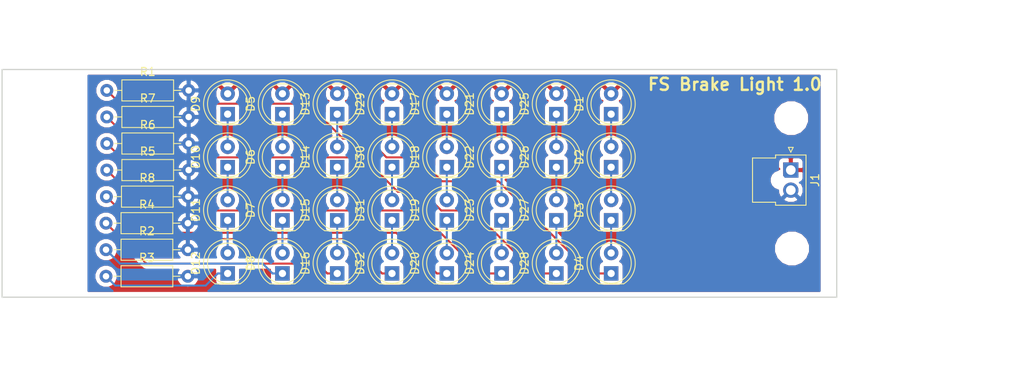
<source format=kicad_pcb>
(kicad_pcb (version 20221018) (generator pcbnew)
  (layers (0 "F.Cu" signal) (31 "B.Cu" signal) (34 "B.Paste" user) (35 "F.Paste" user) (36 "B.SilkS" user "B.Silkscreen") (37 "F.SilkS" user "F.Silkscreen") (38 "B.Mask" user) (39 "F.Mask" user) (44 "Edge.Cuts" user))
  (net 0 "")
  (net 1 "Net-(D1-Pad1)")
  (net 2 "+12V")
  (net 3 "Net-(D2-Pad1)")
  (net 4 "Net-(D3-Pad1)")
  (net 5 "Net-(D10-Pad2)")
  (net 6 "Net-(D10-Pad1)")
  (net 7 "Net-(D11-Pad1)")
  (net 8 "Net-(D12-Pad1)")
  (net 9 "Net-(D13-Pad1)")
  (net 10 "Net-(D14-Pad1)")
  (net 11 "Net-(D15-Pad1)")
  (net 12 "Net-(D16-Pad1)")
  (net 13 "Net-(D17-Pad1)")
  (net 14 "Net-(D18-Pad1)")
  (net 15 "Net-(D19-Pad1)")
  (net 16 "Net-(D20-Pad1)")
  (net 17 "Net-(D21-Pad1)")
  (net 18 "Net-(D22-Pad1)")
  (net 19 "Net-(D23-Pad1)")
  (net 20 "Net-(D24-Pad1)")
  (net 21 "Net-(D25-Pad1)")
  (net 22 "Net-(D26-Pad1)")
  (net 23 "Net-(D27-Pad1)")
  (net 24 "Net-(D28-Pad1)")
  (net 25 "Net-(D29-Pad1)")
  (net 26 "Net-(D30-Pad1)")
  (net 27 "Net-(D31-Pad1)")
  (net 28 "Net-(D32-Pad1)")
  (net 29 "GND")
  (net 30 "Net-(D4-Pad1)")
  (net 31 "Net-(D5-Pad1)")
  (net 32 "Net-(D6-Pad1)")
  (net 33 "Net-(D7-Pad1)")
  (net 34 "Net-(D8-Pad1)")
  (footprint "LEDs:LED_D5.0mm" (layer "F.Cu") (at 157.05 32.45 90)
    (fp_text reference "D1" (at 1.27 -3.96 90) (layer "F.SilkS"))
    (fp_text value "LED")
    (fp_line (start -1.29 -1.545) (end -1.29 1.545) (stroke (width 0.12)) (layer "F.SilkS"))
    (fp_arc (start -1.29 -1.54483) (mid 2.072002 -2.880433) (end 4.26 0.000462) (stroke (width 0.12)) (layer "F.SilkS"))
    (fp_arc (start 4.26 -0.000462) (mid 2.072002 2.880433) (end -1.29 1.54483) (stroke (width 0.12)) (layer "F.SilkS"))
    (fp_circle (center 1.27 0) (end 3.77 0) (stroke (width 0.12)) (fill none) (layer "F.SilkS"))
    (pad "1" thru_hole rect (at 0 0 90) (size 1.8 1.8) (drill 0.9) (layers "*.Cu" "*.Mask") (net 1 "Net-(D1-Pad1)"))
    (pad "2" thru_hole circle (at 2.54 0 90) (size 1.8 1.8) (drill 0.9) (layers "*.Cu" "*.Mask") (net 2 "+12V"))
  )
  (footprint "LEDs:LED_D5.0mm" (layer "F.Cu") (at 157.05 39.05 90)
    (fp_text reference "D2" (at 1.27 -3.96 90) (layer "F.SilkS"))
    (fp_text value "LED")
    (fp_line (start -1.29 -1.545) (end -1.29 1.545) (stroke (width 0.12)) (layer "F.SilkS"))
    (fp_arc (start -1.29 -1.54483) (mid 2.072002 -2.880433) (end 4.26 0.000462) (stroke (width 0.12)) (layer "F.SilkS"))
    (fp_arc (start 4.26 -0.000462) (mid 2.072002 2.880433) (end -1.29 1.54483) (stroke (width 0.12)) (layer "F.SilkS"))
    (fp_circle (center 1.27 0) (end 3.77 0) (stroke (width 0.12)) (fill none) (layer "F.SilkS"))
    (pad "1" thru_hole rect (at 0 0 90) (size 1.8 1.8) (drill 0.9) (layers "*.Cu" "*.Mask") (net 3 "Net-(D2-Pad1)"))
    (pad "2" thru_hole circle (at 2.54 0 90) (size 1.8 1.8) (drill 0.9) (layers "*.Cu" "*.Mask") (net 1 "Net-(D1-Pad1)"))
  )
  (footprint "LEDs:LED_D5.0mm" (layer "F.Cu") (at 157.05 45.65 90)
    (fp_text reference "D3" (at 1.27 -3.96 90) (layer "F.SilkS"))
    (fp_text value "LED")
    (fp_line (start -1.29 -1.545) (end -1.29 1.545) (stroke (width 0.12)) (layer "F.SilkS"))
    (fp_arc (start -1.29 -1.54483) (mid 2.072002 -2.880433) (end 4.26 0.000462) (stroke (width 0.12)) (layer "F.SilkS"))
    (fp_arc (start 4.26 -0.000462) (mid 2.072002 2.880433) (end -1.29 1.54483) (stroke (width 0.12)) (layer "F.SilkS"))
    (fp_circle (center 1.27 0) (end 3.77 0) (stroke (width 0.12)) (fill none) (layer "F.SilkS"))
    (pad "1" thru_hole rect (at 0 0 90) (size 1.8 1.8) (drill 0.9) (layers "*.Cu" "*.Mask") (net 4 "Net-(D3-Pad1)"))
    (pad "2" thru_hole circle (at 2.54 0 90) (size 1.8 1.8) (drill 0.9) (layers "*.Cu" "*.Mask") (net 3 "Net-(D2-Pad1)"))
  )
  (footprint "LEDs:LED_D5.0mm" (layer "F.Cu") (at 157.05 52.25 90)
    (fp_text reference "D4" (at 1.27 -3.96 90) (layer "F.SilkS"))
    (fp_text value "LED")
    (fp_line (start -1.29 -1.545) (end -1.29 1.545) (stroke (width 0.12)) (layer "F.SilkS"))
    (fp_arc (start -1.29 -1.54483) (mid 2.072002 -2.880433) (end 4.26 0.000462) (stroke (width 0.12)) (layer "F.SilkS"))
    (fp_arc (start 4.26 -0.000462) (mid 2.072002 2.880433) (end -1.29 1.54483) (stroke (width 0.12)) (layer "F.SilkS"))
    (fp_circle (center 1.27 0) (end 3.77 0) (stroke (width 0.12)) (fill none) (layer "F.SilkS"))
    (pad "1" thru_hole rect (at 0 0 90) (size 1.8 1.8) (drill 0.9) (layers "*.Cu" "*.Mask") (net 30 "Net-(D4-Pad1)"))
    (pad "2" thru_hole circle (at 2.54 0 90) (size 1.8 1.8) (drill 0.9) (layers "*.Cu" "*.Mask") (net 4 "Net-(D3-Pad1)"))
  )
  (footprint "LEDs:LED_D5.0mm" (layer "F.Cu") (at 116.25 32.45 90)
    (fp_text reference "D5" (at 1.27 -3.96 90) (layer "F.SilkS"))
    (fp_text value "LED")
    (fp_line (start -1.29 -1.545) (end -1.29 1.545) (stroke (width 0.12)) (layer "F.SilkS"))
    (fp_arc (start -1.29 -1.54483) (mid 2.072002 -2.880433) (end 4.26 0.000462) (stroke (width 0.12)) (layer "F.SilkS"))
    (fp_arc (start 4.26 -0.000462) (mid 2.072002 2.880433) (end -1.29 1.54483) (stroke (width 0.12)) (layer "F.SilkS"))
    (fp_circle (center 1.27 0) (end 3.77 0) (stroke (width 0.12)) (fill none) (layer "F.SilkS"))
    (pad "1" thru_hole rect (at 0 0 90) (size 1.8 1.8) (drill 0.9) (layers "*.Cu" "*.Mask") (net 31 "Net-(D5-Pad1)"))
    (pad "2" thru_hole circle (at 2.54 0 90) (size 1.8 1.8) (drill 0.9) (layers "*.Cu" "*.Mask") (net 2 "+12V"))
  )
  (footprint "LEDs:LED_D5.0mm" (layer "F.Cu") (at 116.25 39.05 90)
    (fp_text reference "D6" (at 1.27 -3.96 90) (layer "F.SilkS"))
    (fp_text value "LED")
    (fp_line (start -1.29 -1.545) (end -1.29 1.545) (stroke (width 0.12)) (layer "F.SilkS"))
    (fp_arc (start -1.29 -1.54483) (mid 2.072002 -2.880433) (end 4.26 0.000462) (stroke (width 0.12)) (layer "F.SilkS"))
    (fp_arc (start 4.26 -0.000462) (mid 2.072002 2.880433) (end -1.29 1.54483) (stroke (width 0.12)) (layer "F.SilkS"))
    (fp_circle (center 1.27 0) (end 3.77 0) (stroke (width 0.12)) (fill none) (layer "F.SilkS"))
    (pad "1" thru_hole rect (at 0 0 90) (size 1.8 1.8) (drill 0.9) (layers "*.Cu" "*.Mask") (net 32 "Net-(D6-Pad1)"))
    (pad "2" thru_hole circle (at 2.54 0 90) (size 1.8 1.8) (drill 0.9) (layers "*.Cu" "*.Mask") (net 31 "Net-(D5-Pad1)"))
  )
  (footprint "LEDs:LED_D5.0mm" (layer "F.Cu") (at 116.25 45.65 90)
    (fp_text reference "D7" (at 1.27 -3.96 90) (layer "F.SilkS"))
    (fp_text value "LED")
    (fp_line (start -1.29 -1.545) (end -1.29 1.545) (stroke (width 0.12)) (layer "F.SilkS"))
    (fp_arc (start -1.29 -1.54483) (mid 2.072002 -2.880433) (end 4.26 0.000462) (stroke (width 0.12)) (layer "F.SilkS"))
    (fp_arc (start 4.26 -0.000462) (mid 2.072002 2.880433) (end -1.29 1.54483) (stroke (width 0.12)) (layer "F.SilkS"))
    (fp_circle (center 1.27 0) (end 3.77 0) (stroke (width 0.12)) (fill none) (layer "F.SilkS"))
    (pad "1" thru_hole rect (at 0 0 90) (size 1.8 1.8) (drill 0.9) (layers "*.Cu" "*.Mask") (net 33 "Net-(D7-Pad1)"))
    (pad "2" thru_hole circle (at 2.54 0 90) (size 1.8 1.8) (drill 0.9) (layers "*.Cu" "*.Mask") (net 32 "Net-(D6-Pad1)"))
  )
  (footprint "LEDs:LED_D5.0mm" (layer "F.Cu") (at 116.25 52.25 90)
    (fp_text reference "D8" (at 1.27 -3.96 90) (layer "F.SilkS"))
    (fp_text value "LED")
    (fp_line (start -1.29 -1.545) (end -1.29 1.545) (stroke (width 0.12)) (layer "F.SilkS"))
    (fp_arc (start -1.29 -1.54483) (mid 2.072002 -2.880433) (end 4.26 0.000462) (stroke (width 0.12)) (layer "F.SilkS"))
    (fp_arc (start 4.26 -0.000462) (mid 2.072002 2.880433) (end -1.29 1.54483) (stroke (width 0.12)) (layer "F.SilkS"))
    (fp_circle (center 1.27 0) (end 3.77 0) (stroke (width 0.12)) (fill none) (layer "F.SilkS"))
    (pad "1" thru_hole rect (at 0 0 90) (size 1.8 1.8) (drill 0.9) (layers "*.Cu" "*.Mask") (net 34 "Net-(D8-Pad1)"))
    (pad "2" thru_hole circle (at 2.54 0 90) (size 1.8 1.8) (drill 0.9) (layers "*.Cu" "*.Mask") (net 33 "Net-(D7-Pad1)"))
  )
  (footprint "LEDs:LED_D5.0mm" (layer "F.Cu") (at 109.45 32.45 90)
    (fp_text reference "D9" (at 1.27 -3.96 90) (layer "F.SilkS"))
    (fp_text value "LED")
    (fp_line (start -1.29 -1.545) (end -1.29 1.545) (stroke (width 0.12)) (layer "F.SilkS"))
    (fp_arc (start -1.29 -1.54483) (mid 2.072002 -2.880433) (end 4.26 0.000462) (stroke (width 0.12)) (layer "F.SilkS"))
    (fp_arc (start 4.26 -0.000462) (mid 2.072002 2.880433) (end -1.29 1.54483) (stroke (width 0.12)) (layer "F.SilkS"))
    (fp_circle (center 1.27 0) (end 3.77 0) (stroke (width 0.12)) (fill none) (layer "F.SilkS"))
    (pad "1" thru_hole rect (at 0 0 90) (size 1.8 1.8) (drill 0.9) (layers "*.Cu" "*.Mask") (net 5 "Net-(D10-Pad2)"))
    (pad "2" thru_hole circle (at 2.54 0 90) (size 1.8 1.8) (drill 0.9) (layers "*.Cu" "*.Mask") (net 2 "+12V"))
  )
  (footprint "LEDs:LED_D5.0mm" (layer "F.Cu") (at 109.45 39.05 90)
    (fp_text reference "D10" (at 1.27 -3.96 90) (layer "F.SilkS"))
    (fp_text value "LED")
    (fp_line (start -1.29 -1.545) (end -1.29 1.545) (stroke (width 0.12)) (layer "F.SilkS"))
    (fp_arc (start -1.29 -1.54483) (mid 2.072002 -2.880433) (end 4.26 0.000462) (stroke (width 0.12)) (layer "F.SilkS"))
    (fp_arc (start 4.26 -0.000462) (mid 2.072002 2.880433) (end -1.29 1.54483) (stroke (width 0.12)) (layer "F.SilkS"))
    (fp_circle (center 1.27 0) (end 3.77 0) (stroke (width 0.12)) (fill none) (layer "F.SilkS"))
    (pad "1" thru_hole rect (at 0 0 90) (size 1.8 1.8) (drill 0.9) (layers "*.Cu" "*.Mask") (net 6 "Net-(D10-Pad1)"))
    (pad "2" thru_hole circle (at 2.54 0 90) (size 1.8 1.8) (drill 0.9) (layers "*.Cu" "*.Mask") (net 5 "Net-(D10-Pad2)"))
  )
  (footprint "LEDs:LED_D5.0mm" (layer "F.Cu") (at 109.45 45.65 90)
    (fp_text reference "D11" (at 1.27 -3.96 90) (layer "F.SilkS"))
    (fp_text value "LED")
    (fp_line (start -1.29 -1.545) (end -1.29 1.545) (stroke (width 0.12)) (layer "F.SilkS"))
    (fp_arc (start -1.29 -1.54483) (mid 2.072002 -2.880433) (end 4.26 0.000462) (stroke (width 0.12)) (layer "F.SilkS"))
    (fp_arc (start 4.26 -0.000462) (mid 2.072002 2.880433) (end -1.29 1.54483) (stroke (width 0.12)) (layer "F.SilkS"))
    (fp_circle (center 1.27 0) (end 3.77 0) (stroke (width 0.12)) (fill none) (layer "F.SilkS"))
    (pad "1" thru_hole rect (at 0 0 90) (size 1.8 1.8) (drill 0.9) (layers "*.Cu" "*.Mask") (net 7 "Net-(D11-Pad1)"))
    (pad "2" thru_hole circle (at 2.54 0 90) (size 1.8 1.8) (drill 0.9) (layers "*.Cu" "*.Mask") (net 6 "Net-(D10-Pad1)"))
  )
  (footprint "LEDs:LED_D5.0mm" (layer "F.Cu") (at 109.45 52.25 90)
    (fp_text reference "D12" (at 1.27 -3.96 90) (layer "F.SilkS"))
    (fp_text value "LED")
    (fp_line (start -1.29 -1.545) (end -1.29 1.545) (stroke (width 0.12)) (layer "F.SilkS"))
    (fp_arc (start -1.29 -1.54483) (mid 2.072002 -2.880433) (end 4.26 0.000462) (stroke (width 0.12)) (layer "F.SilkS"))
    (fp_arc (start 4.26 -0.000462) (mid 2.072002 2.880433) (end -1.29 1.54483) (stroke (width 0.12)) (layer "F.SilkS"))
    (fp_circle (center 1.27 0) (end 3.77 0) (stroke (width 0.12)) (fill none) (layer "F.SilkS"))
    (pad "1" thru_hole rect (at 0 0 90) (size 1.8 1.8) (drill 0.9) (layers "*.Cu" "*.Mask") (net 8 "Net-(D12-Pad1)"))
    (pad "2" thru_hole circle (at 2.54 0 90) (size 1.8 1.8) (drill 0.9) (layers "*.Cu" "*.Mask") (net 7 "Net-(D11-Pad1)"))
  )
  (footprint "LEDs:LED_D5.0mm" (layer "F.Cu") (at 123.05 32.45 90)
    (fp_text reference "D13" (at 1.27 -3.96 90) (layer "F.SilkS"))
    (fp_text value "LED")
    (fp_line (start -1.29 -1.545) (end -1.29 1.545) (stroke (width 0.12)) (layer "F.SilkS"))
    (fp_arc (start -1.29 -1.54483) (mid 2.072002 -2.880433) (end 4.26 0.000462) (stroke (width 0.12)) (layer "F.SilkS"))
    (fp_arc (start 4.26 -0.000462) (mid 2.072002 2.880433) (end -1.29 1.54483) (stroke (width 0.12)) (layer "F.SilkS"))
    (fp_circle (center 1.27 0) (end 3.77 0) (stroke (width 0.12)) (fill none) (layer "F.SilkS"))
    (pad "1" thru_hole rect (at 0 0 90) (size 1.8 1.8) (drill 0.9) (layers "*.Cu" "*.Mask") (net 9 "Net-(D13-Pad1)"))
    (pad "2" thru_hole circle (at 2.54 0 90) (size 1.8 1.8) (drill 0.9) (layers "*.Cu" "*.Mask") (net 2 "+12V"))
  )
  (footprint "LEDs:LED_D5.0mm" (layer "F.Cu") (at 123.05 39.05 90)
    (fp_text reference "D14" (at 1.27 -3.96 90) (layer "F.SilkS"))
    (fp_text value "LED")
    (fp_line (start -1.29 -1.545) (end -1.29 1.545) (stroke (width 0.12)) (layer "F.SilkS"))
    (fp_arc (start -1.29 -1.54483) (mid 2.072002 -2.880433) (end 4.26 0.000462) (stroke (width 0.12)) (layer "F.SilkS"))
    (fp_arc (start 4.26 -0.000462) (mid 2.072002 2.880433) (end -1.29 1.54483) (stroke (width 0.12)) (layer "F.SilkS"))
    (fp_circle (center 1.27 0) (end 3.77 0) (stroke (width 0.12)) (fill none) (layer "F.SilkS"))
    (pad "1" thru_hole rect (at 0 0 90) (size 1.8 1.8) (drill 0.9) (layers "*.Cu" "*.Mask") (net 10 "Net-(D14-Pad1)"))
    (pad "2" thru_hole circle (at 2.54 0 90) (size 1.8 1.8) (drill 0.9) (layers "*.Cu" "*.Mask") (net 9 "Net-(D13-Pad1)"))
  )
  (footprint "LEDs:LED_D5.0mm" (layer "F.Cu") (at 123.05 45.65 90)
    (fp_text reference "D15" (at 1.27 -3.96 90) (layer "F.SilkS"))
    (fp_text value "LED")
    (fp_line (start -1.29 -1.545) (end -1.29 1.545) (stroke (width 0.12)) (layer "F.SilkS"))
    (fp_arc (start -1.29 -1.54483) (mid 2.072002 -2.880433) (end 4.26 0.000462) (stroke (width 0.12)) (layer "F.SilkS"))
    (fp_arc (start 4.26 -0.000462) (mid 2.072002 2.880433) (end -1.29 1.54483) (stroke (width 0.12)) (layer "F.SilkS"))
    (fp_circle (center 1.27 0) (end 3.77 0) (stroke (width 0.12)) (fill none) (layer "F.SilkS"))
    (pad "1" thru_hole rect (at 0 0 90) (size 1.8 1.8) (drill 0.9) (layers "*.Cu" "*.Mask") (net 11 "Net-(D15-Pad1)"))
    (pad "2" thru_hole circle (at 2.54 0 90) (size 1.8 1.8) (drill 0.9) (layers "*.Cu" "*.Mask") (net 10 "Net-(D14-Pad1)"))
  )
  (footprint "LEDs:LED_D5.0mm" (layer "F.Cu") (at 123.05 52.25 90)
    (fp_text reference "D16" (at 1.27 -3.96 90) (layer "F.SilkS"))
    (fp_text value "LED")
    (fp_line (start -1.29 -1.545) (end -1.29 1.545) (stroke (width 0.12)) (layer "F.SilkS"))
    (fp_arc (start -1.29 -1.54483) (mid 2.072002 -2.880433) (end 4.26 0.000462) (stroke (width 0.12)) (layer "F.SilkS"))
    (fp_arc (start 4.26 -0.000462) (mid 2.072002 2.880433) (end -1.29 1.54483) (stroke (width 0.12)) (layer "F.SilkS"))
    (fp_circle (center 1.27 0) (end 3.77 0) (stroke (width 0.12)) (fill none) (layer "F.SilkS"))
    (pad "1" thru_hole rect (at 0 0 90) (size 1.8 1.8) (drill 0.9) (layers "*.Cu" "*.Mask") (net 12 "Net-(D16-Pad1)"))
    (pad "2" thru_hole circle (at 2.54 0 90) (size 1.8 1.8) (drill 0.9) (layers "*.Cu" "*.Mask") (net 11 "Net-(D15-Pad1)"))
  )
  (footprint "LEDs:LED_D5.0mm" (layer "F.Cu") (at 136.65 32.45 90)
    (fp_text reference "D17" (at 1.27 -3.96 90) (layer "F.SilkS"))
    (fp_text value "LED")
    (fp_line (start -1.29 -1.545) (end -1.29 1.545) (stroke (width 0.12)) (layer "F.SilkS"))
    (fp_arc (start -1.29 -1.54483) (mid 2.072002 -2.880433) (end 4.26 0.000462) (stroke (width 0.12)) (layer "F.SilkS"))
    (fp_arc (start 4.26 -0.000462) (mid 2.072002 2.880433) (end -1.29 1.54483) (stroke (width 0.12)) (layer "F.SilkS"))
    (fp_circle (center 1.27 0) (end 3.77 0) (stroke (width 0.12)) (fill none) (layer "F.SilkS"))
    (pad "1" thru_hole rect (at 0 0 90) (size 1.8 1.8) (drill 0.9) (layers "*.Cu" "*.Mask") (net 13 "Net-(D17-Pad1)"))
    (pad "2" thru_hole circle (at 2.54 0 90) (size 1.8 1.8) (drill 0.9) (layers "*.Cu" "*.Mask") (net 2 "+12V"))
  )
  (footprint "LEDs:LED_D5.0mm" (layer "F.Cu") (at 136.65 39.05 90)
    (fp_text reference "D18" (at 1.27 -3.96 90) (layer "F.SilkS"))
    (fp_text value "LED")
    (fp_line (start -1.29 -1.545) (end -1.29 1.545) (stroke (width 0.12)) (layer "F.SilkS"))
    (fp_arc (start -1.29 -1.54483) (mid 2.072002 -2.880433) (end 4.26 0.000462) (stroke (width 0.12)) (layer "F.SilkS"))
    (fp_arc (start 4.26 -0.000462) (mid 2.072002 2.880433) (end -1.29 1.54483) (stroke (width 0.12)) (layer "F.SilkS"))
    (fp_circle (center 1.27 0) (end 3.77 0) (stroke (width 0.12)) (fill none) (layer "F.SilkS"))
    (pad "1" thru_hole rect (at 0 0 90) (size 1.8 1.8) (drill 0.9) (layers "*.Cu" "*.Mask") (net 14 "Net-(D18-Pad1)"))
    (pad "2" thru_hole circle (at 2.54 0 90) (size 1.8 1.8) (drill 0.9) (layers "*.Cu" "*.Mask") (net 13 "Net-(D17-Pad1)"))
  )
  (footprint "LEDs:LED_D5.0mm" (layer "F.Cu") (at 136.65 45.65 90)
    (fp_text reference "D19" (at 1.27 -3.96 90) (layer "F.SilkS"))
    (fp_text value "LED")
    (fp_line (start -1.29 -1.545) (end -1.29 1.545) (stroke (width 0.12)) (layer "F.SilkS"))
    (fp_arc (start -1.29 -1.54483) (mid 2.072002 -2.880433) (end 4.26 0.000462) (stroke (width 0.12)) (layer "F.SilkS"))
    (fp_arc (start 4.26 -0.000462) (mid 2.072002 2.880433) (end -1.29 1.54483) (stroke (width 0.12)) (layer "F.SilkS"))
    (fp_circle (center 1.27 0) (end 3.77 0) (stroke (width 0.12)) (fill none) (layer "F.SilkS"))
    (pad "1" thru_hole rect (at 0 0 90) (size 1.8 1.8) (drill 0.9) (layers "*.Cu" "*.Mask") (net 15 "Net-(D19-Pad1)"))
    (pad "2" thru_hole circle (at 2.54 0 90) (size 1.8 1.8) (drill 0.9) (layers "*.Cu" "*.Mask") (net 14 "Net-(D18-Pad1)"))
  )
  (footprint "LEDs:LED_D5.0mm" (layer "F.Cu") (at 136.65 52.25 90)
    (fp_text reference "D20" (at 1.27 -3.96 90) (layer "F.SilkS"))
    (fp_text value "LED")
    (fp_line (start -1.29 -1.545) (end -1.29 1.545) (stroke (width 0.12)) (layer "F.SilkS"))
    (fp_arc (start -1.29 -1.54483) (mid 2.072002 -2.880433) (end 4.26 0.000462) (stroke (width 0.12)) (layer "F.SilkS"))
    (fp_arc (start 4.26 -0.000462) (mid 2.072002 2.880433) (end -1.29 1.54483) (stroke (width 0.12)) (layer "F.SilkS"))
    (fp_circle (center 1.27 0) (end 3.77 0) (stroke (width 0.12)) (fill none) (layer "F.SilkS"))
    (pad "1" thru_hole rect (at 0 0 90) (size 1.8 1.8) (drill 0.9) (layers "*.Cu" "*.Mask") (net 16 "Net-(D20-Pad1)"))
    (pad "2" thru_hole circle (at 2.54 0 90) (size 1.8 1.8) (drill 0.9) (layers "*.Cu" "*.Mask") (net 15 "Net-(D19-Pad1)"))
  )
  (footprint "LEDs:LED_D5.0mm" (layer "F.Cu") (at 143.45 32.45 90)
    (fp_text reference "D21" (at 1.27 -3.96 90) (layer "F.SilkS"))
    (fp_text value "LED")
    (fp_line (start -1.29 -1.545) (end -1.29 1.545) (stroke (width 0.12)) (layer "F.SilkS"))
    (fp_arc (start -1.29 -1.54483) (mid 2.072002 -2.880433) (end 4.26 0.000462) (stroke (width 0.12)) (layer "F.SilkS"))
    (fp_arc (start 4.26 -0.000462) (mid 2.072002 2.880433) (end -1.29 1.54483) (stroke (width 0.12)) (layer "F.SilkS"))
    (fp_circle (center 1.27 0) (end 3.77 0) (stroke (width 0.12)) (fill none) (layer "F.SilkS"))
    (pad "1" thru_hole rect (at 0 0 90) (size 1.8 1.8) (drill 0.9) (layers "*.Cu" "*.Mask") (net 17 "Net-(D21-Pad1)"))
    (pad "2" thru_hole circle (at 2.54 0 90) (size 1.8 1.8) (drill 0.9) (layers "*.Cu" "*.Mask") (net 2 "+12V"))
  )
  (footprint "LEDs:LED_D5.0mm" (layer "F.Cu") (at 143.45 39.05 90)
    (fp_text reference "D22" (at 1.27 -3.96 90) (layer "F.SilkS"))
    (fp_text value "LED")
    (fp_line (start -1.29 -1.545) (end -1.29 1.545) (stroke (width 0.12)) (layer "F.SilkS"))
    (fp_arc (start -1.29 -1.54483) (mid 2.072002 -2.880433) (end 4.26 0.000462) (stroke (width 0.12)) (layer "F.SilkS"))
    (fp_arc (start 4.26 -0.000462) (mid 2.072002 2.880433) (end -1.29 1.54483) (stroke (width 0.12)) (layer "F.SilkS"))
    (fp_circle (center 1.27 0) (end 3.77 0) (stroke (width 0.12)) (fill none) (layer "F.SilkS"))
    (pad "1" thru_hole rect (at 0 0 90) (size 1.8 1.8) (drill 0.9) (layers "*.Cu" "*.Mask") (net 18 "Net-(D22-Pad1)"))
    (pad "2" thru_hole circle (at 2.54 0 90) (size 1.8 1.8) (drill 0.9) (layers "*.Cu" "*.Mask") (net 17 "Net-(D21-Pad1)"))
  )
  (footprint "LEDs:LED_D5.0mm" (layer "F.Cu") (at 143.45 45.65 90)
    (fp_text reference "D23" (at 1.27 -3.96 90) (layer "F.SilkS"))
    (fp_text value "LED")
    (fp_line (start -1.29 -1.545) (end -1.29 1.545) (stroke (width 0.12)) (layer "F.SilkS"))
    (fp_arc (start -1.29 -1.54483) (mid 2.072002 -2.880433) (end 4.26 0.000462) (stroke (width 0.12)) (layer "F.SilkS"))
    (fp_arc (start 4.26 -0.000462) (mid 2.072002 2.880433) (end -1.29 1.54483) (stroke (width 0.12)) (layer "F.SilkS"))
    (fp_circle (center 1.27 0) (end 3.77 0) (stroke (width 0.12)) (fill none) (layer "F.SilkS"))
    (pad "1" thru_hole rect (at 0 0 90) (size 1.8 1.8) (drill 0.9) (layers "*.Cu" "*.Mask") (net 19 "Net-(D23-Pad1)"))
    (pad "2" thru_hole circle (at 2.54 0 90) (size 1.8 1.8) (drill 0.9) (layers "*.Cu" "*.Mask") (net 18 "Net-(D22-Pad1)"))
  )
  (footprint "LEDs:LED_D5.0mm" (layer "F.Cu") (at 143.45 52.25 90)
    (fp_text reference "D24" (at 1.27 -3.96 90) (layer "F.SilkS"))
    (fp_text value "LED")
    (fp_line (start -1.29 -1.545) (end -1.29 1.545) (stroke (width 0.12)) (layer "F.SilkS"))
    (fp_arc (start -1.29 -1.54483) (mid 2.072002 -2.880433) (end 4.26 0.000462) (stroke (width 0.12)) (layer "F.SilkS"))
    (fp_arc (start 4.26 -0.000462) (mid 2.072002 2.880433) (end -1.29 1.54483) (stroke (width 0.12)) (layer "F.SilkS"))
    (fp_circle (center 1.27 0) (end 3.77 0) (stroke (width 0.12)) (fill none) (layer "F.SilkS"))
    (pad "1" thru_hole rect (at 0 0 90) (size 1.8 1.8) (drill 0.9) (layers "*.Cu" "*.Mask") (net 20 "Net-(D24-Pad1)"))
    (pad "2" thru_hole circle (at 2.54 0 90) (size 1.8 1.8) (drill 0.9) (layers "*.Cu" "*.Mask") (net 19 "Net-(D23-Pad1)"))
  )
  (footprint "LEDs:LED_D5.0mm" (layer "F.Cu") (at 150.25 32.45 90)
    (fp_text reference "D25" (at 1.27 -3.96 90) (layer "F.SilkS"))
    (fp_text value "LED")
    (fp_line (start -1.29 -1.545) (end -1.29 1.545) (stroke (width 0.12)) (layer "F.SilkS"))
    (fp_arc (start -1.29 -1.54483) (mid 2.072002 -2.880433) (end 4.26 0.000462) (stroke (width 0.12)) (layer "F.SilkS"))
    (fp_arc (start 4.26 -0.000462) (mid 2.072002 2.880433) (end -1.29 1.54483) (stroke (width 0.12)) (layer "F.SilkS"))
    (fp_circle (center 1.27 0) (end 3.77 0) (stroke (width 0.12)) (fill none) (layer "F.SilkS"))
    (pad "1" thru_hole rect (at 0 0 90) (size 1.8 1.8) (drill 0.9) (layers "*.Cu" "*.Mask") (net 21 "Net-(D25-Pad1)"))
    (pad "2" thru_hole circle (at 2.54 0 90) (size 1.8 1.8) (drill 0.9) (layers "*.Cu" "*.Mask") (net 2 "+12V"))
  )
  (footprint "LEDs:LED_D5.0mm" (layer "F.Cu") (at 150.25 39.05 90)
    (fp_text reference "D26" (at 1.27 -3.96 90) (layer "F.SilkS"))
    (fp_text value "LED")
    (fp_line (start -1.29 -1.545) (end -1.29 1.545) (stroke (width 0.12)) (layer "F.SilkS"))
    (fp_arc (start -1.29 -1.54483) (mid 2.072002 -2.880433) (end 4.26 0.000462) (stroke (width 0.12)) (layer "F.SilkS"))
    (fp_arc (start 4.26 -0.000462) (mid 2.072002 2.880433) (end -1.29 1.54483) (stroke (width 0.12)) (layer "F.SilkS"))
    (fp_circle (center 1.27 0) (end 3.77 0) (stroke (width 0.12)) (fill none) (layer "F.SilkS"))
    (pad "1" thru_hole rect (at 0 0 90) (size 1.8 1.8) (drill 0.9) (layers "*.Cu" "*.Mask") (net 22 "Net-(D26-Pad1)"))
    (pad "2" thru_hole circle (at 2.54 0 90) (size 1.8 1.8) (drill 0.9) (layers "*.Cu" "*.Mask") (net 21 "Net-(D25-Pad1)"))
  )
  (footprint "LEDs:LED_D5.0mm" (layer "F.Cu") (at 150.25 45.65 90)
    (fp_text reference "D27" (at 1.27 -3.96 90) (layer "F.SilkS"))
    (fp_text value "LED")
    (fp_line (start -1.29 -1.545) (end -1.29 1.545) (stroke (width 0.12)) (layer "F.SilkS"))
    (fp_arc (start -1.29 -1.54483) (mid 2.072002 -2.880433) (end 4.26 0.000462) (stroke (width 0.12)) (layer "F.SilkS"))
    (fp_arc (start 4.26 -0.000462) (mid 2.072002 2.880433) (end -1.29 1.54483) (stroke (width 0.12)) (layer "F.SilkS"))
    (fp_circle (center 1.27 0) (end 3.77 0) (stroke (width 0.12)) (fill none) (layer "F.SilkS"))
    (pad "1" thru_hole rect (at 0 0 90) (size 1.8 1.8) (drill 0.9) (layers "*.Cu" "*.Mask") (net 23 "Net-(D27-Pad1)"))
    (pad "2" thru_hole circle (at 2.54 0 90) (size 1.8 1.8) (drill 0.9) (layers "*.Cu" "*.Mask") (net 22 "Net-(D26-Pad1)"))
  )
  (footprint "LEDs:LED_D5.0mm" (layer "F.Cu") (at 150.25 52.25 90)
    (fp_text reference "D28" (at 1.27 -3.96 90) (layer "F.SilkS"))
    (fp_text value "LED")
    (fp_line (start -1.29 -1.545) (end -1.29 1.545) (stroke (width 0.12)) (layer "F.SilkS"))
    (fp_arc (start -1.29 -1.54483) (mid 2.072002 -2.880433) (end 4.26 0.000462) (stroke (width 0.12)) (layer "F.SilkS"))
    (fp_arc (start 4.26 -0.000462) (mid 2.072002 2.880433) (end -1.29 1.54483) (stroke (width 0.12)) (layer "F.SilkS"))
    (fp_circle (center 1.27 0) (end 3.77 0) (stroke (width 0.12)) (fill none) (layer "F.SilkS"))
    (pad "1" thru_hole rect (at 0 0 90) (size 1.8 1.8) (drill 0.9) (layers "*.Cu" "*.Mask") (net 24 "Net-(D28-Pad1)"))
    (pad "2" thru_hole circle (at 2.54 0 90) (size 1.8 1.8) (drill 0.9) (layers "*.Cu" "*.Mask") (net 23 "Net-(D27-Pad1)"))
  )
  (footprint "LEDs:LED_D5.0mm" (layer "F.Cu") (at 129.85 32.45 90)
    (fp_text reference "D29" (at 1.27 -3.96 90) (layer "F.SilkS"))
    (fp_text value "LED")
    (fp_line (start -1.29 -1.545) (end -1.29 1.545) (stroke (width 0.12)) (layer "F.SilkS"))
    (fp_arc (start -1.29 -1.54483) (mid 2.072002 -2.880433) (end 4.26 0.000462) (stroke (width 0.12)) (layer "F.SilkS"))
    (fp_arc (start 4.26 -0.000462) (mid 2.072002 2.880433) (end -1.29 1.54483) (stroke (width 0.12)) (layer "F.SilkS"))
    (fp_circle (center 1.27 0) (end 3.77 0) (stroke (width 0.12)) (fill none) (layer "F.SilkS"))
    (pad "1" thru_hole rect (at 0 0 90) (size 1.8 1.8) (drill 0.9) (layers "*.Cu" "*.Mask") (net 25 "Net-(D29-Pad1)"))
    (pad "2" thru_hole circle (at 2.54 0 90) (size 1.8 1.8) (drill 0.9) (layers "*.Cu" "*.Mask") (net 2 "+12V"))
  )
  (footprint "LEDs:LED_D5.0mm" (layer "F.Cu") (at 129.85 39.05 90)
    (fp_text reference "D30" (at 1.27 -3.96 90) (layer "F.SilkS"))
    (fp_text value "LED")
    (fp_line (start -1.29 -1.545) (end -1.29 1.545) (stroke (width 0.12)) (layer "F.SilkS"))
    (fp_arc (start -1.29 -1.54483) (mid 2.072002 -2.880433) (end 4.26 0.000462) (stroke (width 0.12)) (layer "F.SilkS"))
    (fp_arc (start 4.26 -0.000462) (mid 2.072002 2.880433) (end -1.29 1.54483) (stroke (width 0.12)) (layer "F.SilkS"))
    (fp_circle (center 1.27 0) (end 3.77 0) (stroke (width 0.12)) (fill none) (layer "F.SilkS"))
    (pad "1" thru_hole rect (at 0 0 90) (size 1.8 1.8) (drill 0.9) (layers "*.Cu" "*.Mask") (net 26 "Net-(D30-Pad1)"))
    (pad "2" thru_hole circle (at 2.54 0 90) (size 1.8 1.8) (drill 0.9) (layers "*.Cu" "*.Mask") (net 25 "Net-(D29-Pad1)"))
  )
  (footprint "LEDs:LED_D5.0mm" (layer "F.Cu") (at 129.85 45.65 90)
    (fp_text reference "D31" (at 1.27 -3.96 90) (layer "F.SilkS"))
    (fp_text value "LED")
    (fp_line (start -1.29 -1.545) (end -1.29 1.545) (stroke (width 0.12)) (layer "F.SilkS"))
    (fp_arc (start -1.29 -1.54483) (mid 2.072002 -2.880433) (end 4.26 0.000462) (stroke (width 0.12)) (layer "F.SilkS"))
    (fp_arc (start 4.26 -0.000462) (mid 2.072002 2.880433) (end -1.29 1.54483) (stroke (width 0.12)) (layer "F.SilkS"))
    (fp_circle (center 1.27 0) (end 3.77 0) (stroke (width 0.12)) (fill none) (layer "F.SilkS"))
    (pad "1" thru_hole rect (at 0 0 90) (size 1.8 1.8) (drill 0.9) (layers "*.Cu" "*.Mask") (net 27 "Net-(D31-Pad1)"))
    (pad "2" thru_hole circle (at 2.54 0 90) (size 1.8 1.8) (drill 0.9) (layers "*.Cu" "*.Mask") (net 26 "Net-(D30-Pad1)"))
  )
  (footprint "LEDs:LED_D5.0mm" (layer "F.Cu") (at 129.85 52.25 90)
    (fp_text reference "D32" (at 1.27 -3.96 90) (layer "F.SilkS"))
    (fp_text value "LED")
    (fp_line (start -1.29 -1.545) (end -1.29 1.545) (stroke (width 0.12)) (layer "F.SilkS"))
    (fp_arc (start -1.29 -1.54483) (mid 2.072002 -2.880433) (end 4.26 0.000462) (stroke (width 0.12)) (layer "F.SilkS"))
    (fp_arc (start 4.26 -0.000462) (mid 2.072002 2.880433) (end -1.29 1.54483) (stroke (width 0.12)) (layer "F.SilkS"))
    (fp_circle (center 1.27 0) (end 3.77 0) (stroke (width 0.12)) (fill none) (layer "F.SilkS"))
    (pad "1" thru_hole rect (at 0 0 90) (size 1.8 1.8) (drill 0.9) (layers "*.Cu" "*.Mask") (net 28 "Net-(D32-Pad1)"))
    (pad "2" thru_hole circle (at 2.54 0 90) (size 1.8 1.8) (drill 0.9) (layers "*.Cu" "*.Mask") (net 27 "Net-(D31-Pad1)"))
  )
  (footprint "Connectors_Molex:Molex_NanoFit_1x02x2.50mm_Straight" (layer "F.Cu") (at 179.35 39.4 -90)
    (fp_text reference "J1" (at 1.25 -3 270) (layer "F.SilkS"))
    (fp_text value "Conn_01x02")
    (fp_line (start -2.82 -0.3) (end -2.22 0) (stroke (width 0.12)) (layer "F.SilkS"))
    (fp_line (start -2.82 0.3) (end -2.82 -0.3) (stroke (width 0.12)) (layer "F.SilkS"))
    (fp_line (start -2.22 0) (end -2.82 0.3) (stroke (width 0.12)) (layer "F.SilkS"))
    (fp_line (start -1.87 -1.89) (end -1.87 1.89) (stroke (width 0.12)) (layer "F.SilkS"))
    (fp_line (start -1.87 1.89) (end -1.5 1.89) (stroke (width 0.12)) (layer "F.SilkS"))
    (fp_line (start -1.5 1.89) (end -1.5 4.75) (stroke (width 0.12)) (layer "F.SilkS"))
    (fp_line (start -1.5 4.75) (end 1.25 4.75) (stroke (width 0.12)) (layer "F.SilkS"))
    (fp_line (start 1.25 -1.89) (end -1.87 -1.89) (stroke (width 0.12)) (layer "F.SilkS"))
    (fp_line (start 1.25 -1.89) (end 4.37 -1.89) (stroke (width 0.12)) (layer "F.SilkS"))
    (fp_line (start 4 1.89) (end 4 4.75) (stroke (width 0.12)) (layer "F.SilkS"))
    (fp_line (start 4 4.75) (end 1.25 4.75) (stroke (width 0.12)) (layer "F.SilkS"))
    (fp_line (start 4.37 -1.89) (end 4.37 1.89) (stroke (width 0.12)) (layer "F.SilkS"))
    (fp_line (start 4.37 1.89) (end 4 1.89) (stroke (width 0.12)) (layer "F.SilkS"))
    (pad "" np_thru_hole circle (at 1.25 1.34 270) (size 1.3 1.3) (drill 1.3) (layers "*.Cu" "*.Mask"))
    (pad "1" thru_hole rect (at 0 0 270) (size 1.9 1.9) (drill 1.2) (layers "*.Cu" "*.Mask") (net 2 "+12V"))
    (pad "2" thru_hole circle (at 2.5 0 270) (size 1.9 1.9) (drill 1.2) (layers "*.Cu" "*.Mask") (net 29 "GND"))
  )
  (footprint "Resistors_THT:R_Axial_DIN0207_L6.3mm_D2.5mm_P10.16mm_Horizontal" (layer "F.Cu") (at 94.45 29.5)
    (fp_text reference "R1" (at 5.08 -2.31) (layer "F.SilkS"))
    (fp_text value "R")
    (fp_line (start 0.98 0) (end 1.87 0) (stroke (width 0.12)) (layer "F.SilkS"))
    (fp_line (start 1.87 -1.31) (end 1.87 1.31) (stroke (width 0.12)) (layer "F.SilkS"))
    (fp_line (start 1.87 1.31) (end 8.29 1.31) (stroke (width 0.12)) (layer "F.SilkS"))
    (fp_line (start 8.29 -1.31) (end 1.87 -1.31) (stroke (width 0.12)) (layer "F.SilkS"))
    (fp_line (start 8.29 1.31) (end 8.29 -1.31) (stroke (width 0.12)) (layer "F.SilkS"))
    (fp_line (start 9.18 0) (end 8.29 0) (stroke (width 0.12)) (layer "F.SilkS"))
    (pad "1" thru_hole circle (at 0 0) (size 1.6 1.6) (drill 0.8) (layers "*.Cu" "*.Mask") (net 30 "Net-(D4-Pad1)"))
    (pad "2" thru_hole oval (at 10.16 0) (size 1.6 1.6) (drill 0.8) (layers "*.Cu" "*.Mask") (net 29 "GND"))
  )
  (footprint "Resistors_THT:R_Axial_DIN0207_L6.3mm_D2.5mm_P10.16mm_Horizontal" (layer "F.Cu") (at 94.35 49.3)
    (fp_text reference "R2" (at 5.08 -2.31) (layer "F.SilkS"))
    (fp_text value "R")
    (fp_line (start 0.98 0) (end 1.87 0) (stroke (width 0.12)) (layer "F.SilkS"))
    (fp_line (start 1.87 -1.31) (end 1.87 1.31) (stroke (width 0.12)) (layer "F.SilkS"))
    (fp_line (start 1.87 1.31) (end 8.29 1.31) (stroke (width 0.12)) (layer "F.SilkS"))
    (fp_line (start 8.29 -1.31) (end 1.87 -1.31) (stroke (width 0.12)) (layer "F.SilkS"))
    (fp_line (start 8.29 1.31) (end 8.29 -1.31) (stroke (width 0.12)) (layer "F.SilkS"))
    (fp_line (start 9.18 0) (end 8.29 0) (stroke (width 0.12)) (layer "F.SilkS"))
    (pad "1" thru_hole circle (at 0 0) (size 1.6 1.6) (drill 0.8) (layers "*.Cu" "*.Mask") (net 34 "Net-(D8-Pad1)"))
    (pad "2" thru_hole oval (at 10.16 0) (size 1.6 1.6) (drill 0.8) (layers "*.Cu" "*.Mask") (net 29 "GND"))
  )
  (footprint "Resistors_THT:R_Axial_DIN0207_L6.3mm_D2.5mm_P10.16mm_Horizontal" (layer "F.Cu") (at 94.35 52.6)
    (fp_text reference "R3" (at 5.08 -2.31) (layer "F.SilkS"))
    (fp_text value "R")
    (fp_line (start 0.98 0) (end 1.87 0) (stroke (width 0.12)) (layer "F.SilkS"))
    (fp_line (start 1.87 -1.31) (end 1.87 1.31) (stroke (width 0.12)) (layer "F.SilkS"))
    (fp_line (start 1.87 1.31) (end 8.29 1.31) (stroke (width 0.12)) (layer "F.SilkS"))
    (fp_line (start 8.29 -1.31) (end 1.87 -1.31) (stroke (width 0.12)) (layer "F.SilkS"))
    (fp_line (start 8.29 1.31) (end 8.29 -1.31) (stroke (width 0.12)) (layer "F.SilkS"))
    (fp_line (start 9.18 0) (end 8.29 0) (stroke (width 0.12)) (layer "F.SilkS"))
    (pad "1" thru_hole circle (at 0 0) (size 1.6 1.6) (drill 0.8) (layers "*.Cu" "*.Mask") (net 8 "Net-(D12-Pad1)"))
    (pad "2" thru_hole oval (at 10.16 0) (size 1.6 1.6) (drill 0.8) (layers "*.Cu" "*.Mask") (net 29 "GND"))
  )
  (footprint "Resistors_THT:R_Axial_DIN0207_L6.3mm_D2.5mm_P10.16mm_Horizontal" (layer "F.Cu") (at 94.35 46)
    (fp_text reference "R4" (at 5.08 -2.31) (layer "F.SilkS"))
    (fp_text value "R")
    (fp_line (start 0.98 0) (end 1.87 0) (stroke (width 0.12)) (layer "F.SilkS"))
    (fp_line (start 1.87 -1.31) (end 1.87 1.31) (stroke (width 0.12)) (layer "F.SilkS"))
    (fp_line (start 1.87 1.31) (end 8.29 1.31) (stroke (width 0.12)) (layer "F.SilkS"))
    (fp_line (start 8.29 -1.31) (end 1.87 -1.31) (stroke (width 0.12)) (layer "F.SilkS"))
    (fp_line (start 8.29 1.31) (end 8.29 -1.31) (stroke (width 0.12)) (layer "F.SilkS"))
    (fp_line (start 9.18 0) (end 8.29 0) (stroke (width 0.12)) (layer "F.SilkS"))
    (pad "1" thru_hole circle (at 0 0) (size 1.6 1.6) (drill 0.8) (layers "*.Cu" "*.Mask") (net 12 "Net-(D16-Pad1)"))
    (pad "2" thru_hole oval (at 10.16 0) (size 1.6 1.6) (drill 0.8) (layers "*.Cu" "*.Mask") (net 29 "GND"))
  )
  (footprint "Resistors_THT:R_Axial_DIN0207_L6.3mm_D2.5mm_P10.16mm_Horizontal" (layer "F.Cu") (at 94.45 39.4)
    (fp_text reference "R5" (at 5.08 -2.31) (layer "F.SilkS"))
    (fp_text value "R")
    (fp_line (start 0.98 0) (end 1.87 0) (stroke (width 0.12)) (layer "F.SilkS"))
    (fp_line (start 1.87 -1.31) (end 1.87 1.31) (stroke (width 0.12)) (layer "F.SilkS"))
    (fp_line (start 1.87 1.31) (end 8.29 1.31) (stroke (width 0.12)) (layer "F.SilkS"))
    (fp_line (start 8.29 -1.31) (end 1.87 -1.31) (stroke (width 0.12)) (layer "F.SilkS"))
    (fp_line (start 8.29 1.31) (end 8.29 -1.31) (stroke (width 0.12)) (layer "F.SilkS"))
    (fp_line (start 9.18 0) (end 8.29 0) (stroke (width 0.12)) (layer "F.SilkS"))
    (pad "1" thru_hole circle (at 0 0) (size 1.6 1.6) (drill 0.8) (layers "*.Cu" "*.Mask") (net 16 "Net-(D20-Pad1)"))
    (pad "2" thru_hole oval (at 10.16 0) (size 1.6 1.6) (drill 0.8) (layers "*.Cu" "*.Mask") (net 29 "GND"))
  )
  (footprint "Resistors_THT:R_Axial_DIN0207_L6.3mm_D2.5mm_P10.16mm_Horizontal" (layer "F.Cu") (at 94.45 36.1)
    (fp_text reference "R6" (at 5.08 -2.31) (layer "F.SilkS"))
    (fp_text value "R")
    (fp_line (start 0.98 0) (end 1.87 0) (stroke (width 0.12)) (layer "F.SilkS"))
    (fp_line (start 1.87 -1.31) (end 1.87 1.31) (stroke (width 0.12)) (layer "F.SilkS"))
    (fp_line (start 1.87 1.31) (end 8.29 1.31) (stroke (width 0.12)) (layer "F.SilkS"))
    (fp_line (start 8.29 -1.31) (end 1.87 -1.31) (stroke (width 0.12)) (layer "F.SilkS"))
    (fp_line (start 8.29 1.31) (end 8.29 -1.31) (stroke (width 0.12)) (layer "F.SilkS"))
    (fp_line (start 9.18 0) (end 8.29 0) (stroke (width 0.12)) (layer "F.SilkS"))
    (pad "1" thru_hole circle (at 0 0) (size 1.6 1.6) (drill 0.8) (layers "*.Cu" "*.Mask") (net 20 "Net-(D24-Pad1)"))
    (pad "2" thru_hole oval (at 10.16 0) (size 1.6 1.6) (drill 0.8) (layers "*.Cu" "*.Mask") (net 29 "GND"))
  )
  (footprint "Resistors_THT:R_Axial_DIN0207_L6.3mm_D2.5mm_P10.16mm_Horizontal" (layer "F.Cu") (at 94.45 32.8)
    (fp_text reference "R7" (at 5.08 -2.31) (layer "F.SilkS"))
    (fp_text value "R")
    (fp_line (start 0.98 0) (end 1.87 0) (stroke (width 0.12)) (layer "F.SilkS"))
    (fp_line (start 1.87 -1.31) (end 1.87 1.31) (stroke (width 0.12)) (layer "F.SilkS"))
    (fp_line (start 1.87 1.31) (end 8.29 1.31) (stroke (width 0.12)) (layer "F.SilkS"))
    (fp_line (start 8.29 -1.31) (end 1.87 -1.31) (stroke (width 0.12)) (layer "F.SilkS"))
    (fp_line (start 8.29 1.31) (end 8.29 -1.31) (stroke (width 0.12)) (layer "F.SilkS"))
    (fp_line (start 9.18 0) (end 8.29 0) (stroke (width 0.12)) (layer "F.SilkS"))
    (pad "1" thru_hole circle (at 0 0) (size 1.6 1.6) (drill 0.8) (layers "*.Cu" "*.Mask") (net 24 "Net-(D28-Pad1)"))
    (pad "2" thru_hole oval (at 10.16 0) (size 1.6 1.6) (drill 0.8) (layers "*.Cu" "*.Mask") (net 29 "GND"))
  )
  (footprint "Resistors_THT:R_Axial_DIN0207_L6.3mm_D2.5mm_P10.16mm_Horizontal" (layer "F.Cu") (at 94.4 42.7)
    (fp_text reference "R8" (at 5.08 -2.31) (layer "F.SilkS"))
    (fp_text value "R")
    (fp_line (start 0.98 0) (end 1.87 0) (stroke (width 0.12)) (layer "F.SilkS"))
    (fp_line (start 1.87 -1.31) (end 1.87 1.31) (stroke (width 0.12)) (layer "F.SilkS"))
    (fp_line (start 1.87 1.31) (end 8.29 1.31) (stroke (width 0.12)) (layer "F.SilkS"))
    (fp_line (start 8.29 -1.31) (end 1.87 -1.31) (stroke (width 0.12)) (layer "F.SilkS"))
    (fp_line (start 8.29 1.31) (end 8.29 -1.31) (stroke (width 0.12)) (layer "F.SilkS"))
    (fp_line (start 9.18 0) (end 8.29 0) (stroke (width 0.12)) (layer "F.SilkS"))
    (pad "1" thru_hole circle (at 0 0) (size 1.6 1.6) (drill 0.8) (layers "*.Cu" "*.Mask") (net 28 "Net-(D32-Pad1)"))
    (pad "2" thru_hole oval (at 10.16 0) (size 1.6 1.6) (drill 0.8) (layers "*.Cu" "*.Mask") (net 29 "GND"))
  )
  (footprint "Mounting_Holes:MountingHole_3.2mm_M3" (layer "F.Cu") (at 87 49.15)
    (fp_text reference "J2" hide)
    (fp_text value "Conn_01x01")
    (pad "" np_thru_hole circle (at 0 0) (size 3.2 3.2) (drill 3.2) (layers "*.Cu" "*.Mask"))
  )
  (footprint "Mounting_Holes:MountingHole_3.2mm_M3" (layer "F.Cu") (at 87 32.95)
    (fp_text reference "J3" hide)
    (fp_text value "Conn_01x01")
    (pad "" np_thru_hole circle (at 0 0) (size 3.2 3.2) (drill 3.2) (layers "*.Cu" "*.Mask"))
  )
  (footprint "Mounting_Holes:MountingHole_3.2mm_M3" (layer "F.Cu") (at 179.4 32.95)
    (fp_text reference "J4" hide)
    (fp_text value "Conn_01x01")
    (pad "" np_thru_hole circle (at 0 0) (size 3.2 3.2) (drill 3.2) (layers "*.Cu" "*.Mask"))
  )
  (footprint "Mounting_Holes:MountingHole_3.2mm_M3" (layer "F.Cu") (at 179.5 49.15)
    (fp_text reference "J5" hide)
    (fp_text value "Conn_01x01")
    (pad "" np_thru_hole circle (at 0 0) (size 3.2 3.2) (drill 3.2) (layers "*.Cu" "*.Mask"))
  )
  (gr_line (start 81.45 26.9) (end 81.45 55.2) (stroke (width 0.15)) (layer "Edge.Cuts"))
  (gr_line (start 81.45 55.2) (end 185.05 55.2) (stroke (width 0.15)) (layer "Edge.Cuts"))
  (gr_line (start 185.05 26.9) (end 81.45 26.9) (stroke (width 0.15)) (layer "Edge.Cuts"))
  (gr_line (start 185.05 55.2) (end 185.05 26.9) (stroke (width 0.15)) (layer "Edge.Cuts"))
  (gr_text "FS Brake Light 1.0" (at 172.4 28.75) (layer "F.SilkS") (effects (font (size 1.5 1.5) (thickness 0.3))))
  (segment (start 157.05 36.51) (end 157.05 32.45) (width 0.25) (layer "B.Cu") (net 1))
  (segment (start 157.05 43.11) (end 157.05 39.05) (width 0.25) (layer "B.Cu") (net 3))
  (segment (start 157.05 49.71) (end 157.05 45.65) (width 0.25) (layer "B.Cu") (net 4))
  (segment (start 109.45 36.51) (end 109.45 32.45) (width 0.25) (layer "B.Cu") (net 5))
  (segment (start 109.45 43.11) (end 109.45 39.05) (width 0.25) (layer "B.Cu") (net 6))
  (segment (start 109.45 49.71) (end 109.45 45.65) (width 0.25) (layer "B.Cu") (net 7))
  (segment (start 94.35 52.6) (end 95.5089 53.7589) (width 0.25) (layer "B.Cu") (net 8))
  (segment (start 109.45 52.25) (end 108.2247 52.25) (width 0.25) (layer "B.Cu") (net 8))
  (segment (start 95.5089 53.7589) (end 106.7158 53.7589) (width 0.25) (layer "B.Cu") (net 8))
  (segment (start 106.7158 53.7589) (end 108.2247 52.25) (width 0.25) (layer "B.Cu") (net 8))
  (segment (start 123.05 36.51) (end 123.05 32.45) (width 0.25) (layer "B.Cu") (net 9))
  (segment (start 123.05 43.11) (end 123.05 39.05) (width 0.25) (layer "B.Cu") (net 10))
  (segment (start 123.05 49.71) (end 123.05 45.65) (width 0.25) (layer "B.Cu") (net 11))
  (segment (start 123.05 52.25) (end 121.8247 52.25) (width 0.25) (layer "F.Cu") (net 12))
  (segment (start 94.35 46) (end 99.3747 51.0247) (width 0.25) (layer "F.Cu") (net 12))
  (segment (start 99.3747 51.0247) (end 120.5994 51.0247) (width 0.25) (layer "F.Cu") (net 12))
  (segment (start 120.5994 51.0247) (end 121.8247 52.25) (width 0.25) (layer "F.Cu") (net 12))
  (segment (start 136.65 36.51) (end 136.65 32.45) (width 0.25) (layer "B.Cu") (net 13))
  (segment (start 136.65 43.11) (end 136.65 39.05) (width 0.25) (layer "B.Cu") (net 14))
  (segment (start 136.65 49.71) (end 136.65 45.65) (width 0.25) (layer "B.Cu") (net 15))
  (segment (start 136.65 52.25) (end 135.4247 52.25) (width 0.25) (layer "F.Cu") (net 16))
  (segment (start 94.45 39.4) (end 102.2488 47.1988) (width 0.25) (layer "F.Cu") (net 16))
  (segment (start 130.3735 47.1988) (end 135.4247 52.25) (width 0.25) (layer "F.Cu") (net 16))
  (segment (start 102.2488 47.1988) (end 130.3735 47.1988) (width 0.25) (layer "F.Cu") (net 16))
  (segment (start 143.45 36.51) (end 143.45 32.45) (width 0.25) (layer "B.Cu") (net 17))
  (segment (start 143.45 43.11) (end 143.45 39.05) (width 0.25) (layer "B.Cu") (net 18))
  (segment (start 143.45 49.71) (end 143.45 45.65) (width 0.25) (layer "B.Cu") (net 19))
  (segment (start 133.0975 44.4246) (end 140.9229 52.25) (width 0.25) (layer "F.Cu") (net 20))
  (segment (start 140.9229 52.25) (end 143.45 52.25) (width 0.25) (layer "F.Cu") (net 20))
  (segment (start 102.7746 44.4246) (end 133.0975 44.4246) (width 0.25) (layer "F.Cu") (net 20))
  (segment (start 94.45 36.1) (end 102.7746 44.4246) (width 0.25) (layer "F.Cu") (net 20))
  (segment (start 150.25 36.51) (end 150.25 32.45) (width 0.25) (layer "B.Cu") (net 21))
  (segment (start 150.25 43.11) (end 150.25 39.05) (width 0.25) (layer "B.Cu") (net 22))
  (segment (start 150.25 49.71) (end 150.25 45.65) (width 0.25) (layer "B.Cu") (net 23))
  (segment (start 133.624 42.0842) (end 135.9644 44.4246) (width 0.25) (layer "F.Cu") (net 24))
  (segment (start 135.9644 44.4246) (end 139.8975 44.4246) (width 0.25) (layer "F.Cu") (net 24))
  (segment (start 130.5572 42.0842) (end 133.624 42.0842) (width 0.25) (layer "F.Cu") (net 24))
  (segment (start 139.8975 44.4246) (end 147.7229 52.25) (width 0.25) (layer "F.Cu") (net 24))
  (segment (start 94.45 32.8) (end 99.4746 37.8246) (width 0.25) (layer "F.Cu") (net 24))
  (segment (start 147.7229 52.25) (end 150.25 52.25) (width 0.25) (layer "F.Cu") (net 24))
  (segment (start 99.4746 37.8246) (end 126.2976 37.8246) (width 0.25) (layer "F.Cu") (net 24))
  (segment (start 126.2976 37.8246) (end 130.5572 42.0842) (width 0.25) (layer "F.Cu") (net 24))
  (segment (start 129.85 36.51) (end 129.85 32.45) (width 0.25) (layer "B.Cu") (net 25))
  (segment (start 129.85 43.11) (end 129.85 39.05) (width 0.25) (layer "B.Cu") (net 26))
  (segment (start 129.85 49.71) (end 129.85 45.65) (width 0.25) (layer "B.Cu") (net 27))
  (segment (start 129.85 52.25) (end 128.6247 52.25) (width 0.25) (layer "F.Cu") (net 28))
  (segment (start 99.6729 47.9729) (end 124.3476 47.9729) (width 0.25) (layer "F.Cu") (net 28))
  (segment (start 124.3476 47.9729) (end 128.6247 52.25) (width 0.25) (layer "F.Cu") (net 28))
  (segment (start 94.4 42.7) (end 99.6729 47.9729) (width 0.25) (layer "F.Cu") (net 28))
  (segment (start 123.7571 35.4841) (end 126.8239 35.4841) (width 0.25) (layer "F.Cu") (net 30))
  (segment (start 96.1 31.15) (end 119.423 31.15) (width 0.25) (layer "F.Cu") (net 30))
  (segment (start 119.423 31.15) (end 123.7571 35.4841) (width 0.25) (layer "F.Cu") (net 30))
  (segment (start 126.8239 35.4841) (end 129.1644 37.8246) (width 0.25) (layer "F.Cu") (net 30))
  (segment (start 133.0976 37.8246) (end 136.0682 40.7952) (width 0.25) (layer "F.Cu") (net 30))
  (segment (start 154.5229 52.25) (end 157.05 52.25) (width 0.25) (layer "F.Cu") (net 30))
  (segment (start 143.0681 40.7952) (end 154.5229 52.25) (width 0.25) (layer "F.Cu") (net 30))
  (segment (start 129.1644 37.8246) (end 133.0976 37.8246) (width 0.25) (layer "F.Cu") (net 30))
  (segment (start 136.0682 40.7952) (end 143.0681 40.7952) (width 0.25) (layer "F.Cu") (net 30))
  (segment (start 94.45 29.5) (end 96.1 31.15) (width 0.25) (layer "F.Cu") (net 30))
  (segment (start 116.25 36.51) (end 116.25 32.45) (width 0.25) (layer "B.Cu") (net 31))
  (segment (start 116.25 43.11) (end 116.25 39.05) (width 0.25) (layer "B.Cu") (net 32))
  (segment (start 116.25 49.71) (end 116.25 45.65) (width 0.25) (layer "B.Cu") (net 33))
  (segment (start 113.7994 51.0247) (end 115.0247 52.25) (width 0.25) (layer "B.Cu") (net 34))
  (segment (start 96.0747 51.0247) (end 113.7994 51.0247) (width 0.25) (layer "B.Cu") (net 34))
  (segment (start 94.35 49.3) (end 96.0747 51.0247) (width 0.25) (layer "B.Cu") (net 34))
  (segment (start 116.25 52.25) (end 115.0247 52.25) (width 0.25) (layer "B.Cu") (net 34))
  (zone (net 2) (net_name "+12V") (layer "F.Cu") (connect_pads (clearance 0.508)) (min_thickness 0.254) (fill yes (thermal_gap 0.508) (thermal_bridge_width 0.508))
    (polygon (pts (xy 183.05 54.55) (xy 92.05 54.55) (xy 92.05 27.55) (xy 183.05 27.55)))
  )
  (zone (net 29) (net_name "GND") (layer "B.Cu") (connect_pads (clearance 0.508)) (min_thickness 0.254) (fill yes (thermal_gap 0.508) (thermal_bridge_width 0.508))
    (polygon (pts (xy 183.05 54.55) (xy 92.05 54.55) (xy 92.05 27.55) (xy 183.05 27.55)))
  )
)
</source>
